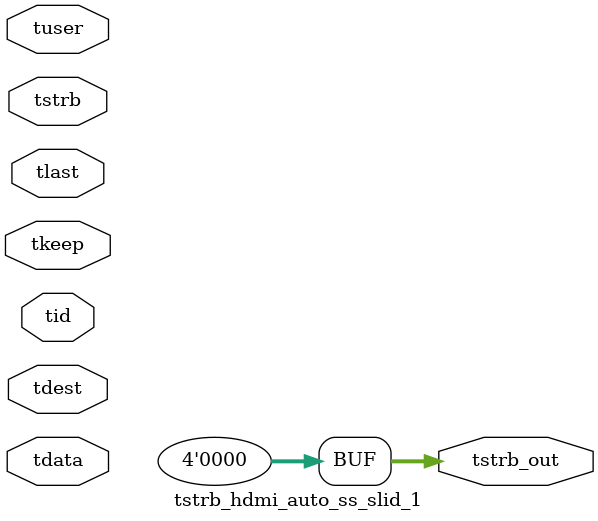
<source format=v>


`timescale 1ps/1ps

module tstrb_hdmi_auto_ss_slid_1 #
(
parameter C_S_AXIS_TDATA_WIDTH = 32,
parameter C_S_AXIS_TUSER_WIDTH = 0,
parameter C_S_AXIS_TID_WIDTH   = 0,
parameter C_S_AXIS_TDEST_WIDTH = 0,
parameter C_M_AXIS_TDATA_WIDTH = 32
)
(
input  [(C_S_AXIS_TDATA_WIDTH == 0 ? 1 : C_S_AXIS_TDATA_WIDTH)-1:0     ] tdata,
input  [(C_S_AXIS_TUSER_WIDTH == 0 ? 1 : C_S_AXIS_TUSER_WIDTH)-1:0     ] tuser,
input  [(C_S_AXIS_TID_WIDTH   == 0 ? 1 : C_S_AXIS_TID_WIDTH)-1:0       ] tid,
input  [(C_S_AXIS_TDEST_WIDTH == 0 ? 1 : C_S_AXIS_TDEST_WIDTH)-1:0     ] tdest,
input  [(C_S_AXIS_TDATA_WIDTH/8)-1:0 ] tkeep,
input  [(C_S_AXIS_TDATA_WIDTH/8)-1:0 ] tstrb,
input                                                                    tlast,
output [(C_M_AXIS_TDATA_WIDTH/8)-1:0 ] tstrb_out
);

assign tstrb_out = {1'b0};

endmodule


</source>
